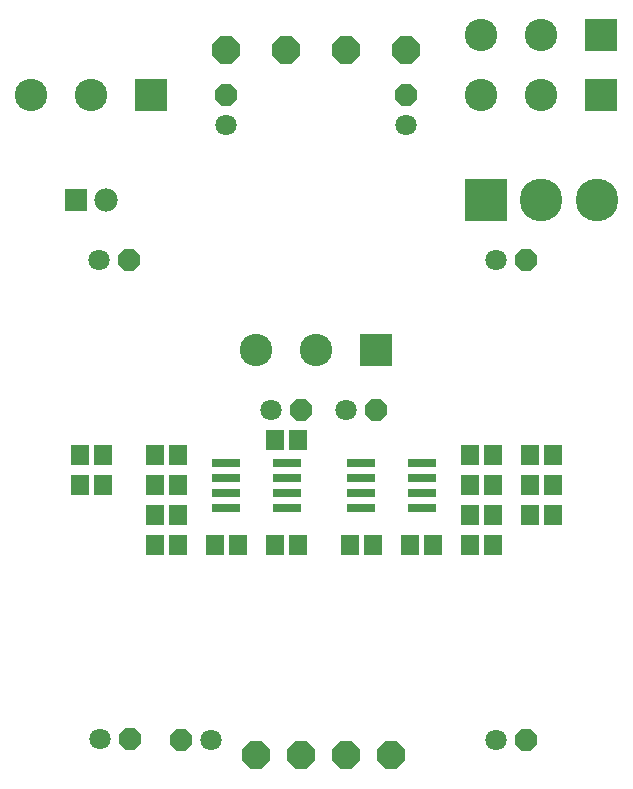
<source format=gbr>
G04 EAGLE Gerber RS-274X export*
G75*
%MOMM*%
%FSLAX34Y34*%
%LPD*%
%INSoldermask Bottom*%
%IPPOS*%
%AMOC8*
5,1,8,0,0,1.08239X$1,22.5*%
G01*
%ADD10P,2.556822X8X22.500000*%
%ADD11P,1.951982X8X22.500000*%
%ADD12C,1.803400*%
%ADD13P,1.951982X8X112.500000*%
%ADD14P,1.951982X8X202.500000*%
%ADD15R,1.503200X1.703200*%
%ADD16R,2.743200X2.743200*%
%ADD17C,2.743200*%
%ADD18R,2.403200X0.803200*%
%ADD19R,3.619200X3.619200*%
%ADD20C,3.619200*%
%ADD21C,1.981200*%
%ADD22R,1.981200X1.981200*%


D10*
X266700Y622300D03*
D11*
X133350Y444500D03*
D12*
X107950Y444500D03*
D11*
X469900Y444500D03*
D12*
X444500Y444500D03*
D11*
X469900Y38100D03*
D12*
X444500Y38100D03*
D13*
X215900Y584200D03*
D12*
X215900Y558800D03*
D14*
X177800Y38100D03*
D12*
X203200Y38100D03*
D15*
X174600Y279400D03*
X155600Y279400D03*
D11*
X279400Y317500D03*
D12*
X254000Y317500D03*
D15*
X111100Y279400D03*
X92100Y279400D03*
X422300Y254000D03*
X441300Y254000D03*
D11*
X342900Y317500D03*
D12*
X317500Y317500D03*
D15*
X473100Y279400D03*
X492100Y279400D03*
D11*
X134620Y39370D03*
D12*
X109220Y39370D03*
D16*
X152400Y584200D03*
D17*
X101600Y584200D03*
X50800Y584200D03*
D10*
X317500Y622300D03*
X241300Y25400D03*
X215900Y622300D03*
X368300Y622300D03*
D18*
X267300Y260350D03*
X215300Y260350D03*
X267300Y273050D03*
X267300Y247650D03*
X267300Y234950D03*
X215300Y273050D03*
X215300Y247650D03*
X215300Y234950D03*
X381600Y260350D03*
X329600Y260350D03*
X381600Y273050D03*
X381600Y247650D03*
X381600Y234950D03*
X329600Y273050D03*
X329600Y247650D03*
X329600Y234950D03*
D10*
X317500Y25400D03*
D16*
X342900Y368300D03*
D17*
X292100Y368300D03*
X241300Y368300D03*
D19*
X435610Y495300D03*
D20*
X482600Y495300D03*
X529590Y495300D03*
D10*
X355600Y25400D03*
D15*
X225400Y203200D03*
X206400Y203200D03*
X276200Y203200D03*
X257200Y203200D03*
X257200Y292100D03*
X276200Y292100D03*
X174600Y254000D03*
X155600Y254000D03*
X174600Y228600D03*
X155600Y228600D03*
X155600Y203200D03*
X174600Y203200D03*
X111100Y254000D03*
X92100Y254000D03*
X441300Y203200D03*
X422300Y203200D03*
X492100Y228600D03*
X473100Y228600D03*
X441300Y228600D03*
X422300Y228600D03*
X390500Y203200D03*
X371500Y203200D03*
X320700Y203200D03*
X339700Y203200D03*
X441300Y279400D03*
X422300Y279400D03*
X473100Y254000D03*
X492100Y254000D03*
D16*
X533400Y584200D03*
D17*
X482600Y584200D03*
X431800Y584200D03*
D16*
X533400Y635000D03*
D17*
X482600Y635000D03*
X431800Y635000D03*
D21*
X114300Y495300D03*
D22*
X88900Y495300D03*
D10*
X279400Y25400D03*
D13*
X368300Y584200D03*
D12*
X368300Y558800D03*
M02*

</source>
